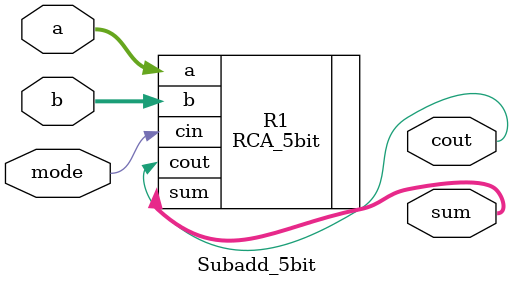
<source format=v>
`timescale 1ns/10ps
`include "./5bit_rca.v"

module Subadd_5bit(a, b, mode, sum, cout);

input [4:0] a, b;
input mode;
output [4:0] sum;
output cout;

wire [4:0] y;
// do 1's complement
xor x1(y[0], mode, b[0]);
xor x2(y[1], mode, b[1]);
xor x3(y[2], mode, b[2]);
xor x4(y[3], mode, b[3]);
xor x5(y[4], mode, b[4]);

RCA_5bit R1(
    .a(a),
    .b(b),
    .cin(mode),
    .sum(sum),
    .cout(cout)
);


endmodule
</source>
